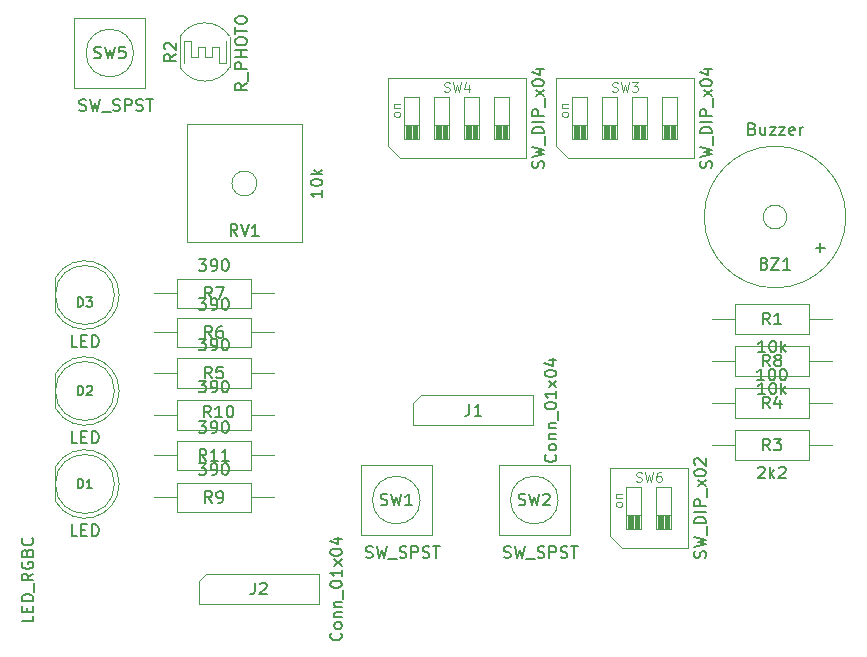
<source format=gbr>
G04 #@! TF.GenerationSoftware,KiCad,Pcbnew,(5.1.4-0-10_14)*
G04 #@! TF.CreationDate,2020-06-08T18:04:02+02:00*
G04 #@! TF.ProjectId,myShield,6d795368-6965-46c6-942e-6b696361645f,rev?*
G04 #@! TF.SameCoordinates,Original*
G04 #@! TF.FileFunction,Other,Fab,Top*
%FSLAX46Y46*%
G04 Gerber Fmt 4.6, Leading zero omitted, Abs format (unit mm)*
G04 Created by KiCad (PCBNEW (5.1.4-0-10_14)) date 2020-06-08 18:04:02*
%MOMM*%
%LPD*%
G04 APERTURE LIST*
%ADD10C,0.100000*%
%ADD11C,0.150000*%
%ADD12C,0.200000*%
%ADD13C,0.120000*%
G04 APERTURE END LIST*
D10*
X171364000Y-82804000D02*
G75*
G03X171364000Y-82804000I-6000000J0D01*
G01*
X166364000Y-82804000D02*
G75*
G03X166364000Y-82804000I-1000000J0D01*
G01*
X104433984Y-106879666D02*
G75*
G03X104434000Y-103940306I2500016J1469666D01*
G01*
X109434000Y-105410000D02*
G75*
G03X109434000Y-105410000I-2500000J0D01*
G01*
X104434000Y-103940306D02*
X104434000Y-106879694D01*
X104434000Y-96066306D02*
X104434000Y-99005694D01*
X109434000Y-97536000D02*
G75*
G03X109434000Y-97536000I-2500000J0D01*
G01*
X104433984Y-99005666D02*
G75*
G03X104434000Y-96066306I2500016J1469666D01*
G01*
X104433984Y-90877666D02*
G75*
G03X104434000Y-87938306I2500016J1469666D01*
G01*
X109434000Y-89408000D02*
G75*
G03X109434000Y-89408000I-2500000J0D01*
G01*
X104434000Y-87938306D02*
X104434000Y-90877694D01*
X134747000Y-100457000D02*
X134747000Y-98552000D01*
X134747000Y-98552000D02*
X135382000Y-97917000D01*
X135382000Y-97917000D02*
X144907000Y-97917000D01*
X144907000Y-97917000D02*
X144907000Y-100457000D01*
X144907000Y-100457000D02*
X134747000Y-100457000D01*
X126746000Y-115570000D02*
X116586000Y-115570000D01*
X126746000Y-113030000D02*
X126746000Y-115570000D01*
X117221000Y-113030000D02*
X126746000Y-113030000D01*
X116586000Y-113665000D02*
X117221000Y-113030000D01*
X116586000Y-115570000D02*
X116586000Y-113665000D01*
X161950000Y-90190000D02*
X161950000Y-92690000D01*
X161950000Y-92690000D02*
X168250000Y-92690000D01*
X168250000Y-92690000D02*
X168250000Y-90190000D01*
X168250000Y-90190000D02*
X161950000Y-90190000D01*
X160020000Y-91440000D02*
X161950000Y-91440000D01*
X170180000Y-91440000D02*
X168250000Y-91440000D01*
X115894000Y-69234000D02*
X115894000Y-67934000D01*
X116494000Y-68434000D02*
X116494000Y-69234000D01*
X117094000Y-69234000D02*
X117094000Y-68434000D01*
X117694000Y-68434000D02*
X117694000Y-69234000D01*
X118294000Y-69734000D02*
X118294000Y-68434000D01*
X115294000Y-69734000D02*
X115294000Y-67934000D01*
X115294000Y-67934000D02*
X115894000Y-67934000D01*
X115894000Y-69234000D02*
X116494000Y-69234000D01*
X116494000Y-68434000D02*
X117094000Y-68434000D01*
X117094000Y-69234000D02*
X117694000Y-69234000D01*
X117694000Y-68434000D02*
X118294000Y-68434000D01*
X118294000Y-69734000D02*
X118894000Y-69734000D01*
X118894000Y-69734000D02*
X118894000Y-67934000D01*
X119194000Y-67534000D02*
X119194000Y-70134000D01*
X114994000Y-70134000D02*
X114994000Y-67534000D01*
X119159699Y-67480157D02*
G75*
G03X114994000Y-67534000I-2065699J-1353843D01*
G01*
X115028301Y-70187843D02*
G75*
G03X119194000Y-70134000I2065699J1353843D01*
G01*
X161950000Y-100858000D02*
X161950000Y-103358000D01*
X161950000Y-103358000D02*
X168250000Y-103358000D01*
X168250000Y-103358000D02*
X168250000Y-100858000D01*
X168250000Y-100858000D02*
X161950000Y-100858000D01*
X160020000Y-102108000D02*
X161950000Y-102108000D01*
X170180000Y-102108000D02*
X168250000Y-102108000D01*
X168250000Y-99802000D02*
X168250000Y-97302000D01*
X168250000Y-97302000D02*
X161950000Y-97302000D01*
X161950000Y-97302000D02*
X161950000Y-99802000D01*
X161950000Y-99802000D02*
X168250000Y-99802000D01*
X170180000Y-98552000D02*
X168250000Y-98552000D01*
X160020000Y-98552000D02*
X161950000Y-98552000D01*
X112776000Y-96012000D02*
X114706000Y-96012000D01*
X122936000Y-96012000D02*
X121006000Y-96012000D01*
X114706000Y-97262000D02*
X121006000Y-97262000D01*
X114706000Y-94762000D02*
X114706000Y-97262000D01*
X121006000Y-94762000D02*
X114706000Y-94762000D01*
X121006000Y-97262000D02*
X121006000Y-94762000D01*
X121006000Y-93833000D02*
X121006000Y-91333000D01*
X121006000Y-91333000D02*
X114706000Y-91333000D01*
X114706000Y-91333000D02*
X114706000Y-93833000D01*
X114706000Y-93833000D02*
X121006000Y-93833000D01*
X122936000Y-92583000D02*
X121006000Y-92583000D01*
X112776000Y-92583000D02*
X114706000Y-92583000D01*
X112776000Y-89281000D02*
X114706000Y-89281000D01*
X122936000Y-89281000D02*
X121006000Y-89281000D01*
X114706000Y-90531000D02*
X121006000Y-90531000D01*
X114706000Y-88031000D02*
X114706000Y-90531000D01*
X121006000Y-88031000D02*
X114706000Y-88031000D01*
X121006000Y-90531000D02*
X121006000Y-88031000D01*
X170180000Y-94996000D02*
X168250000Y-94996000D01*
X160020000Y-94996000D02*
X161950000Y-94996000D01*
X168250000Y-93746000D02*
X161950000Y-93746000D01*
X168250000Y-96246000D02*
X168250000Y-93746000D01*
X161950000Y-96246000D02*
X168250000Y-96246000D01*
X161950000Y-93746000D02*
X161950000Y-96246000D01*
X112776000Y-106553000D02*
X114706000Y-106553000D01*
X122936000Y-106553000D02*
X121006000Y-106553000D01*
X114706000Y-107803000D02*
X121006000Y-107803000D01*
X114706000Y-105303000D02*
X114706000Y-107803000D01*
X121006000Y-105303000D02*
X114706000Y-105303000D01*
X121006000Y-107803000D02*
X121006000Y-105303000D01*
X121006000Y-100818000D02*
X121006000Y-98318000D01*
X121006000Y-98318000D02*
X114706000Y-98318000D01*
X114706000Y-98318000D02*
X114706000Y-100818000D01*
X114706000Y-100818000D02*
X121006000Y-100818000D01*
X122936000Y-99568000D02*
X121006000Y-99568000D01*
X112776000Y-99568000D02*
X114706000Y-99568000D01*
X112776000Y-102997000D02*
X114706000Y-102997000D01*
X122936000Y-102997000D02*
X121006000Y-102997000D01*
X114706000Y-104247000D02*
X121006000Y-104247000D01*
X114706000Y-101747000D02*
X114706000Y-104247000D01*
X121006000Y-101747000D02*
X114706000Y-101747000D01*
X121006000Y-104247000D02*
X121006000Y-101747000D01*
X121486000Y-79963000D02*
G75*
G03X121486000Y-79963000I-1050000J0D01*
G01*
X115536000Y-84963000D02*
X125336000Y-84963000D01*
X125336000Y-84963000D02*
X125336000Y-74963000D01*
X125336000Y-74963000D02*
X115536000Y-74963000D01*
X115536000Y-74963000D02*
X115536000Y-84963000D01*
X133298000Y-103771000D02*
X136298000Y-103771000D01*
X136298000Y-103771000D02*
X136298000Y-109771000D01*
X136298000Y-109771000D02*
X130298000Y-109771000D01*
X130298000Y-109771000D02*
X130298000Y-103771000D01*
X130298000Y-103771000D02*
X133298000Y-103771000D01*
X135313564Y-106771000D02*
G75*
G03X135313564Y-106771000I-2015564J0D01*
G01*
X146997564Y-106771000D02*
G75*
G03X146997564Y-106771000I-2015564J0D01*
G01*
X141982000Y-103771000D02*
X144982000Y-103771000D01*
X141982000Y-109771000D02*
X141982000Y-103771000D01*
X147982000Y-109771000D02*
X141982000Y-109771000D01*
X147982000Y-103771000D02*
X147982000Y-109771000D01*
X144982000Y-103771000D02*
X147982000Y-103771000D01*
X146794000Y-76772000D02*
X146794000Y-71072000D01*
X146794000Y-71072000D02*
X158514000Y-71072000D01*
X158514000Y-71072000D02*
X158514000Y-77772000D01*
X158514000Y-77772000D02*
X147794000Y-77772000D01*
X147794000Y-77772000D02*
X146794000Y-76772000D01*
X148209000Y-76232000D02*
X149479000Y-76232000D01*
X149479000Y-76232000D02*
X149479000Y-72612000D01*
X149479000Y-72612000D02*
X148209000Y-72612000D01*
X148209000Y-72612000D02*
X148209000Y-76232000D01*
X148309000Y-76232000D02*
X148309000Y-75025333D01*
X148409000Y-76232000D02*
X148409000Y-75025333D01*
X148509000Y-76232000D02*
X148509000Y-75025333D01*
X148609000Y-76232000D02*
X148609000Y-75025333D01*
X148709000Y-76232000D02*
X148709000Y-75025333D01*
X148809000Y-76232000D02*
X148809000Y-75025333D01*
X148909000Y-76232000D02*
X148909000Y-75025333D01*
X149009000Y-76232000D02*
X149009000Y-75025333D01*
X149109000Y-76232000D02*
X149109000Y-75025333D01*
X149209000Y-76232000D02*
X149209000Y-75025333D01*
X149309000Y-76232000D02*
X149309000Y-75025333D01*
X149409000Y-76232000D02*
X149409000Y-75025333D01*
X148209000Y-75025333D02*
X149479000Y-75025333D01*
X150749000Y-76232000D02*
X152019000Y-76232000D01*
X152019000Y-76232000D02*
X152019000Y-72612000D01*
X152019000Y-72612000D02*
X150749000Y-72612000D01*
X150749000Y-72612000D02*
X150749000Y-76232000D01*
X150849000Y-76232000D02*
X150849000Y-75025333D01*
X150949000Y-76232000D02*
X150949000Y-75025333D01*
X151049000Y-76232000D02*
X151049000Y-75025333D01*
X151149000Y-76232000D02*
X151149000Y-75025333D01*
X151249000Y-76232000D02*
X151249000Y-75025333D01*
X151349000Y-76232000D02*
X151349000Y-75025333D01*
X151449000Y-76232000D02*
X151449000Y-75025333D01*
X151549000Y-76232000D02*
X151549000Y-75025333D01*
X151649000Y-76232000D02*
X151649000Y-75025333D01*
X151749000Y-76232000D02*
X151749000Y-75025333D01*
X151849000Y-76232000D02*
X151849000Y-75025333D01*
X151949000Y-76232000D02*
X151949000Y-75025333D01*
X150749000Y-75025333D02*
X152019000Y-75025333D01*
X153289000Y-76232000D02*
X154559000Y-76232000D01*
X154559000Y-76232000D02*
X154559000Y-72612000D01*
X154559000Y-72612000D02*
X153289000Y-72612000D01*
X153289000Y-72612000D02*
X153289000Y-76232000D01*
X153389000Y-76232000D02*
X153389000Y-75025333D01*
X153489000Y-76232000D02*
X153489000Y-75025333D01*
X153589000Y-76232000D02*
X153589000Y-75025333D01*
X153689000Y-76232000D02*
X153689000Y-75025333D01*
X153789000Y-76232000D02*
X153789000Y-75025333D01*
X153889000Y-76232000D02*
X153889000Y-75025333D01*
X153989000Y-76232000D02*
X153989000Y-75025333D01*
X154089000Y-76232000D02*
X154089000Y-75025333D01*
X154189000Y-76232000D02*
X154189000Y-75025333D01*
X154289000Y-76232000D02*
X154289000Y-75025333D01*
X154389000Y-76232000D02*
X154389000Y-75025333D01*
X154489000Y-76232000D02*
X154489000Y-75025333D01*
X153289000Y-75025333D02*
X154559000Y-75025333D01*
X155829000Y-76232000D02*
X157099000Y-76232000D01*
X157099000Y-76232000D02*
X157099000Y-72612000D01*
X157099000Y-72612000D02*
X155829000Y-72612000D01*
X155829000Y-72612000D02*
X155829000Y-76232000D01*
X155929000Y-76232000D02*
X155929000Y-75025333D01*
X156029000Y-76232000D02*
X156029000Y-75025333D01*
X156129000Y-76232000D02*
X156129000Y-75025333D01*
X156229000Y-76232000D02*
X156229000Y-75025333D01*
X156329000Y-76232000D02*
X156329000Y-75025333D01*
X156429000Y-76232000D02*
X156429000Y-75025333D01*
X156529000Y-76232000D02*
X156529000Y-75025333D01*
X156629000Y-76232000D02*
X156629000Y-75025333D01*
X156729000Y-76232000D02*
X156729000Y-75025333D01*
X156829000Y-76232000D02*
X156829000Y-75025333D01*
X156929000Y-76232000D02*
X156929000Y-75025333D01*
X157029000Y-76232000D02*
X157029000Y-75025333D01*
X155829000Y-75025333D02*
X157099000Y-75025333D01*
X141605000Y-75025333D02*
X142875000Y-75025333D01*
X142805000Y-76232000D02*
X142805000Y-75025333D01*
X142705000Y-76232000D02*
X142705000Y-75025333D01*
X142605000Y-76232000D02*
X142605000Y-75025333D01*
X142505000Y-76232000D02*
X142505000Y-75025333D01*
X142405000Y-76232000D02*
X142405000Y-75025333D01*
X142305000Y-76232000D02*
X142305000Y-75025333D01*
X142205000Y-76232000D02*
X142205000Y-75025333D01*
X142105000Y-76232000D02*
X142105000Y-75025333D01*
X142005000Y-76232000D02*
X142005000Y-75025333D01*
X141905000Y-76232000D02*
X141905000Y-75025333D01*
X141805000Y-76232000D02*
X141805000Y-75025333D01*
X141705000Y-76232000D02*
X141705000Y-75025333D01*
X141605000Y-72612000D02*
X141605000Y-76232000D01*
X142875000Y-72612000D02*
X141605000Y-72612000D01*
X142875000Y-76232000D02*
X142875000Y-72612000D01*
X141605000Y-76232000D02*
X142875000Y-76232000D01*
X139065000Y-75025333D02*
X140335000Y-75025333D01*
X140265000Y-76232000D02*
X140265000Y-75025333D01*
X140165000Y-76232000D02*
X140165000Y-75025333D01*
X140065000Y-76232000D02*
X140065000Y-75025333D01*
X139965000Y-76232000D02*
X139965000Y-75025333D01*
X139865000Y-76232000D02*
X139865000Y-75025333D01*
X139765000Y-76232000D02*
X139765000Y-75025333D01*
X139665000Y-76232000D02*
X139665000Y-75025333D01*
X139565000Y-76232000D02*
X139565000Y-75025333D01*
X139465000Y-76232000D02*
X139465000Y-75025333D01*
X139365000Y-76232000D02*
X139365000Y-75025333D01*
X139265000Y-76232000D02*
X139265000Y-75025333D01*
X139165000Y-76232000D02*
X139165000Y-75025333D01*
X139065000Y-72612000D02*
X139065000Y-76232000D01*
X140335000Y-72612000D02*
X139065000Y-72612000D01*
X140335000Y-76232000D02*
X140335000Y-72612000D01*
X139065000Y-76232000D02*
X140335000Y-76232000D01*
X136525000Y-75025333D02*
X137795000Y-75025333D01*
X137725000Y-76232000D02*
X137725000Y-75025333D01*
X137625000Y-76232000D02*
X137625000Y-75025333D01*
X137525000Y-76232000D02*
X137525000Y-75025333D01*
X137425000Y-76232000D02*
X137425000Y-75025333D01*
X137325000Y-76232000D02*
X137325000Y-75025333D01*
X137225000Y-76232000D02*
X137225000Y-75025333D01*
X137125000Y-76232000D02*
X137125000Y-75025333D01*
X137025000Y-76232000D02*
X137025000Y-75025333D01*
X136925000Y-76232000D02*
X136925000Y-75025333D01*
X136825000Y-76232000D02*
X136825000Y-75025333D01*
X136725000Y-76232000D02*
X136725000Y-75025333D01*
X136625000Y-76232000D02*
X136625000Y-75025333D01*
X136525000Y-72612000D02*
X136525000Y-76232000D01*
X137795000Y-72612000D02*
X136525000Y-72612000D01*
X137795000Y-76232000D02*
X137795000Y-72612000D01*
X136525000Y-76232000D02*
X137795000Y-76232000D01*
X133985000Y-75025333D02*
X135255000Y-75025333D01*
X135185000Y-76232000D02*
X135185000Y-75025333D01*
X135085000Y-76232000D02*
X135085000Y-75025333D01*
X134985000Y-76232000D02*
X134985000Y-75025333D01*
X134885000Y-76232000D02*
X134885000Y-75025333D01*
X134785000Y-76232000D02*
X134785000Y-75025333D01*
X134685000Y-76232000D02*
X134685000Y-75025333D01*
X134585000Y-76232000D02*
X134585000Y-75025333D01*
X134485000Y-76232000D02*
X134485000Y-75025333D01*
X134385000Y-76232000D02*
X134385000Y-75025333D01*
X134285000Y-76232000D02*
X134285000Y-75025333D01*
X134185000Y-76232000D02*
X134185000Y-75025333D01*
X134085000Y-76232000D02*
X134085000Y-75025333D01*
X133985000Y-72612000D02*
X133985000Y-76232000D01*
X135255000Y-72612000D02*
X133985000Y-72612000D01*
X135255000Y-76232000D02*
X135255000Y-72612000D01*
X133985000Y-76232000D02*
X135255000Y-76232000D01*
X133570000Y-77772000D02*
X132570000Y-76772000D01*
X144290000Y-77772000D02*
X133570000Y-77772000D01*
X144290000Y-71072000D02*
X144290000Y-77772000D01*
X132570000Y-71072000D02*
X144290000Y-71072000D01*
X132570000Y-76772000D02*
X132570000Y-71072000D01*
X109041000Y-65925000D02*
X112041000Y-65925000D01*
X112041000Y-65925000D02*
X112041000Y-71925000D01*
X112041000Y-71925000D02*
X106041000Y-71925000D01*
X106041000Y-71925000D02*
X106041000Y-65925000D01*
X106041000Y-65925000D02*
X109041000Y-65925000D01*
X111056564Y-68925000D02*
G75*
G03X111056564Y-68925000I-2015564J0D01*
G01*
X151366000Y-109792000D02*
X151366000Y-104092000D01*
X151366000Y-104092000D02*
X158006000Y-104092000D01*
X158006000Y-104092000D02*
X158006000Y-110792000D01*
X158006000Y-110792000D02*
X152366000Y-110792000D01*
X152366000Y-110792000D02*
X151366000Y-109792000D01*
X152781000Y-109252000D02*
X154051000Y-109252000D01*
X154051000Y-109252000D02*
X154051000Y-105632000D01*
X154051000Y-105632000D02*
X152781000Y-105632000D01*
X152781000Y-105632000D02*
X152781000Y-109252000D01*
X152881000Y-109252000D02*
X152881000Y-108045333D01*
X152981000Y-109252000D02*
X152981000Y-108045333D01*
X153081000Y-109252000D02*
X153081000Y-108045333D01*
X153181000Y-109252000D02*
X153181000Y-108045333D01*
X153281000Y-109252000D02*
X153281000Y-108045333D01*
X153381000Y-109252000D02*
X153381000Y-108045333D01*
X153481000Y-109252000D02*
X153481000Y-108045333D01*
X153581000Y-109252000D02*
X153581000Y-108045333D01*
X153681000Y-109252000D02*
X153681000Y-108045333D01*
X153781000Y-109252000D02*
X153781000Y-108045333D01*
X153881000Y-109252000D02*
X153881000Y-108045333D01*
X153981000Y-109252000D02*
X153981000Y-108045333D01*
X152781000Y-108045333D02*
X154051000Y-108045333D01*
X155321000Y-109252000D02*
X156591000Y-109252000D01*
X156591000Y-109252000D02*
X156591000Y-105632000D01*
X156591000Y-105632000D02*
X155321000Y-105632000D01*
X155321000Y-105632000D02*
X155321000Y-109252000D01*
X155421000Y-109252000D02*
X155421000Y-108045333D01*
X155521000Y-109252000D02*
X155521000Y-108045333D01*
X155621000Y-109252000D02*
X155621000Y-108045333D01*
X155721000Y-109252000D02*
X155721000Y-108045333D01*
X155821000Y-109252000D02*
X155821000Y-108045333D01*
X155921000Y-109252000D02*
X155921000Y-108045333D01*
X156021000Y-109252000D02*
X156021000Y-108045333D01*
X156121000Y-109252000D02*
X156121000Y-108045333D01*
X156221000Y-109252000D02*
X156221000Y-108045333D01*
X156321000Y-109252000D02*
X156321000Y-108045333D01*
X156421000Y-109252000D02*
X156421000Y-108045333D01*
X156521000Y-109252000D02*
X156521000Y-108045333D01*
X155321000Y-108045333D02*
X156591000Y-108045333D01*
D11*
X163435428Y-75332571D02*
X163578285Y-75380190D01*
X163625904Y-75427809D01*
X163673523Y-75523047D01*
X163673523Y-75665904D01*
X163625904Y-75761142D01*
X163578285Y-75808761D01*
X163483047Y-75856380D01*
X163102095Y-75856380D01*
X163102095Y-74856380D01*
X163435428Y-74856380D01*
X163530666Y-74904000D01*
X163578285Y-74951619D01*
X163625904Y-75046857D01*
X163625904Y-75142095D01*
X163578285Y-75237333D01*
X163530666Y-75284952D01*
X163435428Y-75332571D01*
X163102095Y-75332571D01*
X164530666Y-75189714D02*
X164530666Y-75856380D01*
X164102095Y-75189714D02*
X164102095Y-75713523D01*
X164149714Y-75808761D01*
X164244952Y-75856380D01*
X164387809Y-75856380D01*
X164483047Y-75808761D01*
X164530666Y-75761142D01*
X164911619Y-75189714D02*
X165435428Y-75189714D01*
X164911619Y-75856380D01*
X165435428Y-75856380D01*
X165721142Y-75189714D02*
X166244952Y-75189714D01*
X165721142Y-75856380D01*
X166244952Y-75856380D01*
X167006857Y-75808761D02*
X166911619Y-75856380D01*
X166721142Y-75856380D01*
X166625904Y-75808761D01*
X166578285Y-75713523D01*
X166578285Y-75332571D01*
X166625904Y-75237333D01*
X166721142Y-75189714D01*
X166911619Y-75189714D01*
X167006857Y-75237333D01*
X167054476Y-75332571D01*
X167054476Y-75427809D01*
X166578285Y-75523047D01*
X167483047Y-75856380D02*
X167483047Y-75189714D01*
X167483047Y-75380190D02*
X167530666Y-75284952D01*
X167578285Y-75237333D01*
X167673523Y-75189714D01*
X167768761Y-75189714D01*
X168793047Y-85415428D02*
X169554952Y-85415428D01*
X169174000Y-85796380D02*
X169174000Y-85034476D01*
X164483047Y-86732571D02*
X164625904Y-86780190D01*
X164673523Y-86827809D01*
X164721142Y-86923047D01*
X164721142Y-87065904D01*
X164673523Y-87161142D01*
X164625904Y-87208761D01*
X164530666Y-87256380D01*
X164149714Y-87256380D01*
X164149714Y-86256380D01*
X164483047Y-86256380D01*
X164578285Y-86304000D01*
X164625904Y-86351619D01*
X164673523Y-86446857D01*
X164673523Y-86542095D01*
X164625904Y-86637333D01*
X164578285Y-86684952D01*
X164483047Y-86732571D01*
X164149714Y-86732571D01*
X165054476Y-86256380D02*
X165721142Y-86256380D01*
X165054476Y-87256380D01*
X165721142Y-87256380D01*
X166625904Y-87256380D02*
X166054476Y-87256380D01*
X166340190Y-87256380D02*
X166340190Y-86256380D01*
X166244952Y-86399238D01*
X166149714Y-86494476D01*
X166054476Y-86542095D01*
X106291142Y-109822380D02*
X105814952Y-109822380D01*
X105814952Y-108822380D01*
X106624476Y-109298571D02*
X106957809Y-109298571D01*
X107100666Y-109822380D02*
X106624476Y-109822380D01*
X106624476Y-108822380D01*
X107100666Y-108822380D01*
X107529238Y-109822380D02*
X107529238Y-108822380D01*
X107767333Y-108822380D01*
X107910190Y-108870000D01*
X108005428Y-108965238D01*
X108053047Y-109060476D01*
X108100666Y-109250952D01*
X108100666Y-109393809D01*
X108053047Y-109584285D01*
X108005428Y-109679523D01*
X107910190Y-109774761D01*
X107767333Y-109822380D01*
X107529238Y-109822380D01*
D12*
X106323523Y-105771904D02*
X106323523Y-104971904D01*
X106514000Y-104971904D01*
X106628285Y-105010000D01*
X106704476Y-105086190D01*
X106742571Y-105162380D01*
X106780666Y-105314761D01*
X106780666Y-105429047D01*
X106742571Y-105581428D01*
X106704476Y-105657619D01*
X106628285Y-105733809D01*
X106514000Y-105771904D01*
X106323523Y-105771904D01*
X107542571Y-105771904D02*
X107085428Y-105771904D01*
X107314000Y-105771904D02*
X107314000Y-104971904D01*
X107237809Y-105086190D01*
X107161619Y-105162380D01*
X107085428Y-105200476D01*
D11*
X106291142Y-101948380D02*
X105814952Y-101948380D01*
X105814952Y-100948380D01*
X106624476Y-101424571D02*
X106957809Y-101424571D01*
X107100666Y-101948380D02*
X106624476Y-101948380D01*
X106624476Y-100948380D01*
X107100666Y-100948380D01*
X107529238Y-101948380D02*
X107529238Y-100948380D01*
X107767333Y-100948380D01*
X107910190Y-100996000D01*
X108005428Y-101091238D01*
X108053047Y-101186476D01*
X108100666Y-101376952D01*
X108100666Y-101519809D01*
X108053047Y-101710285D01*
X108005428Y-101805523D01*
X107910190Y-101900761D01*
X107767333Y-101948380D01*
X107529238Y-101948380D01*
D12*
X106323523Y-97897904D02*
X106323523Y-97097904D01*
X106514000Y-97097904D01*
X106628285Y-97136000D01*
X106704476Y-97212190D01*
X106742571Y-97288380D01*
X106780666Y-97440761D01*
X106780666Y-97555047D01*
X106742571Y-97707428D01*
X106704476Y-97783619D01*
X106628285Y-97859809D01*
X106514000Y-97897904D01*
X106323523Y-97897904D01*
X107085428Y-97174095D02*
X107123523Y-97136000D01*
X107199714Y-97097904D01*
X107390190Y-97097904D01*
X107466380Y-97136000D01*
X107504476Y-97174095D01*
X107542571Y-97250285D01*
X107542571Y-97326476D01*
X107504476Y-97440761D01*
X107047333Y-97897904D01*
X107542571Y-97897904D01*
D11*
X106291142Y-93820380D02*
X105814952Y-93820380D01*
X105814952Y-92820380D01*
X106624476Y-93296571D02*
X106957809Y-93296571D01*
X107100666Y-93820380D02*
X106624476Y-93820380D01*
X106624476Y-92820380D01*
X107100666Y-92820380D01*
X107529238Y-93820380D02*
X107529238Y-92820380D01*
X107767333Y-92820380D01*
X107910190Y-92868000D01*
X108005428Y-92963238D01*
X108053047Y-93058476D01*
X108100666Y-93248952D01*
X108100666Y-93391809D01*
X108053047Y-93582285D01*
X108005428Y-93677523D01*
X107910190Y-93772761D01*
X107767333Y-93820380D01*
X107529238Y-93820380D01*
D12*
X106323523Y-90404904D02*
X106323523Y-89604904D01*
X106514000Y-89604904D01*
X106628285Y-89643000D01*
X106704476Y-89719190D01*
X106742571Y-89795380D01*
X106780666Y-89947761D01*
X106780666Y-90062047D01*
X106742571Y-90214428D01*
X106704476Y-90290619D01*
X106628285Y-90366809D01*
X106514000Y-90404904D01*
X106323523Y-90404904D01*
X107047333Y-89604904D02*
X107542571Y-89604904D01*
X107275904Y-89909666D01*
X107390190Y-89909666D01*
X107466380Y-89947761D01*
X107504476Y-89985857D01*
X107542571Y-90062047D01*
X107542571Y-90252523D01*
X107504476Y-90328714D01*
X107466380Y-90366809D01*
X107390190Y-90404904D01*
X107161619Y-90404904D01*
X107085428Y-90366809D01*
X107047333Y-90328714D01*
D11*
X102568380Y-116561809D02*
X102568380Y-117038000D01*
X101568380Y-117038000D01*
X102044571Y-116228476D02*
X102044571Y-115895142D01*
X102568380Y-115752285D02*
X102568380Y-116228476D01*
X101568380Y-116228476D01*
X101568380Y-115752285D01*
X102568380Y-115323714D02*
X101568380Y-115323714D01*
X101568380Y-115085619D01*
X101616000Y-114942761D01*
X101711238Y-114847523D01*
X101806476Y-114799904D01*
X101996952Y-114752285D01*
X102139809Y-114752285D01*
X102330285Y-114799904D01*
X102425523Y-114847523D01*
X102520761Y-114942761D01*
X102568380Y-115085619D01*
X102568380Y-115323714D01*
X102663619Y-114561809D02*
X102663619Y-113799904D01*
X102568380Y-112990380D02*
X102092190Y-113323714D01*
X102568380Y-113561809D02*
X101568380Y-113561809D01*
X101568380Y-113180857D01*
X101616000Y-113085619D01*
X101663619Y-113038000D01*
X101758857Y-112990380D01*
X101901714Y-112990380D01*
X101996952Y-113038000D01*
X102044571Y-113085619D01*
X102092190Y-113180857D01*
X102092190Y-113561809D01*
X101616000Y-112038000D02*
X101568380Y-112133238D01*
X101568380Y-112276095D01*
X101616000Y-112418952D01*
X101711238Y-112514190D01*
X101806476Y-112561809D01*
X101996952Y-112609428D01*
X102139809Y-112609428D01*
X102330285Y-112561809D01*
X102425523Y-112514190D01*
X102520761Y-112418952D01*
X102568380Y-112276095D01*
X102568380Y-112180857D01*
X102520761Y-112038000D01*
X102473142Y-111990380D01*
X102139809Y-111990380D01*
X102139809Y-112180857D01*
X102044571Y-111228476D02*
X102092190Y-111085619D01*
X102139809Y-111038000D01*
X102235047Y-110990380D01*
X102377904Y-110990380D01*
X102473142Y-111038000D01*
X102520761Y-111085619D01*
X102568380Y-111180857D01*
X102568380Y-111561809D01*
X101568380Y-111561809D01*
X101568380Y-111228476D01*
X101616000Y-111133238D01*
X101663619Y-111085619D01*
X101758857Y-111038000D01*
X101854095Y-111038000D01*
X101949333Y-111085619D01*
X101996952Y-111133238D01*
X102044571Y-111228476D01*
X102044571Y-111561809D01*
X102473142Y-109990380D02*
X102520761Y-110038000D01*
X102568380Y-110180857D01*
X102568380Y-110276095D01*
X102520761Y-110418952D01*
X102425523Y-110514190D01*
X102330285Y-110561809D01*
X102139809Y-110609428D01*
X101996952Y-110609428D01*
X101806476Y-110561809D01*
X101711238Y-110514190D01*
X101616000Y-110418952D01*
X101568380Y-110276095D01*
X101568380Y-110180857D01*
X101616000Y-110038000D01*
X101663619Y-109990380D01*
X146764142Y-102925095D02*
X146811761Y-102972714D01*
X146859380Y-103115571D01*
X146859380Y-103210809D01*
X146811761Y-103353666D01*
X146716523Y-103448904D01*
X146621285Y-103496523D01*
X146430809Y-103544142D01*
X146287952Y-103544142D01*
X146097476Y-103496523D01*
X146002238Y-103448904D01*
X145907000Y-103353666D01*
X145859380Y-103210809D01*
X145859380Y-103115571D01*
X145907000Y-102972714D01*
X145954619Y-102925095D01*
X146859380Y-102353666D02*
X146811761Y-102448904D01*
X146764142Y-102496523D01*
X146668904Y-102544142D01*
X146383190Y-102544142D01*
X146287952Y-102496523D01*
X146240333Y-102448904D01*
X146192714Y-102353666D01*
X146192714Y-102210809D01*
X146240333Y-102115571D01*
X146287952Y-102067952D01*
X146383190Y-102020333D01*
X146668904Y-102020333D01*
X146764142Y-102067952D01*
X146811761Y-102115571D01*
X146859380Y-102210809D01*
X146859380Y-102353666D01*
X146192714Y-101591761D02*
X146859380Y-101591761D01*
X146287952Y-101591761D02*
X146240333Y-101544142D01*
X146192714Y-101448904D01*
X146192714Y-101306047D01*
X146240333Y-101210809D01*
X146335571Y-101163190D01*
X146859380Y-101163190D01*
X146192714Y-100687000D02*
X146859380Y-100687000D01*
X146287952Y-100687000D02*
X146240333Y-100639380D01*
X146192714Y-100544142D01*
X146192714Y-100401285D01*
X146240333Y-100306047D01*
X146335571Y-100258428D01*
X146859380Y-100258428D01*
X146954619Y-100020333D02*
X146954619Y-99258428D01*
X145859380Y-98829857D02*
X145859380Y-98734619D01*
X145907000Y-98639380D01*
X145954619Y-98591761D01*
X146049857Y-98544142D01*
X146240333Y-98496523D01*
X146478428Y-98496523D01*
X146668904Y-98544142D01*
X146764142Y-98591761D01*
X146811761Y-98639380D01*
X146859380Y-98734619D01*
X146859380Y-98829857D01*
X146811761Y-98925095D01*
X146764142Y-98972714D01*
X146668904Y-99020333D01*
X146478428Y-99067952D01*
X146240333Y-99067952D01*
X146049857Y-99020333D01*
X145954619Y-98972714D01*
X145907000Y-98925095D01*
X145859380Y-98829857D01*
X146859380Y-97544142D02*
X146859380Y-98115571D01*
X146859380Y-97829857D02*
X145859380Y-97829857D01*
X146002238Y-97925095D01*
X146097476Y-98020333D01*
X146145095Y-98115571D01*
X146859380Y-97210809D02*
X146192714Y-96687000D01*
X146192714Y-97210809D02*
X146859380Y-96687000D01*
X145859380Y-96115571D02*
X145859380Y-96020333D01*
X145907000Y-95925095D01*
X145954619Y-95877476D01*
X146049857Y-95829857D01*
X146240333Y-95782238D01*
X146478428Y-95782238D01*
X146668904Y-95829857D01*
X146764142Y-95877476D01*
X146811761Y-95925095D01*
X146859380Y-96020333D01*
X146859380Y-96115571D01*
X146811761Y-96210809D01*
X146764142Y-96258428D01*
X146668904Y-96306047D01*
X146478428Y-96353666D01*
X146240333Y-96353666D01*
X146049857Y-96306047D01*
X145954619Y-96258428D01*
X145907000Y-96210809D01*
X145859380Y-96115571D01*
X146192714Y-94925095D02*
X146859380Y-94925095D01*
X145811761Y-95163190D02*
X146526047Y-95401285D01*
X146526047Y-94782238D01*
X139493666Y-98639380D02*
X139493666Y-99353666D01*
X139446047Y-99496523D01*
X139350809Y-99591761D01*
X139207952Y-99639380D01*
X139112714Y-99639380D01*
X140493666Y-99639380D02*
X139922238Y-99639380D01*
X140207952Y-99639380D02*
X140207952Y-98639380D01*
X140112714Y-98782238D01*
X140017476Y-98877476D01*
X139922238Y-98925095D01*
X128603142Y-118038095D02*
X128650761Y-118085714D01*
X128698380Y-118228571D01*
X128698380Y-118323809D01*
X128650761Y-118466666D01*
X128555523Y-118561904D01*
X128460285Y-118609523D01*
X128269809Y-118657142D01*
X128126952Y-118657142D01*
X127936476Y-118609523D01*
X127841238Y-118561904D01*
X127746000Y-118466666D01*
X127698380Y-118323809D01*
X127698380Y-118228571D01*
X127746000Y-118085714D01*
X127793619Y-118038095D01*
X128698380Y-117466666D02*
X128650761Y-117561904D01*
X128603142Y-117609523D01*
X128507904Y-117657142D01*
X128222190Y-117657142D01*
X128126952Y-117609523D01*
X128079333Y-117561904D01*
X128031714Y-117466666D01*
X128031714Y-117323809D01*
X128079333Y-117228571D01*
X128126952Y-117180952D01*
X128222190Y-117133333D01*
X128507904Y-117133333D01*
X128603142Y-117180952D01*
X128650761Y-117228571D01*
X128698380Y-117323809D01*
X128698380Y-117466666D01*
X128031714Y-116704761D02*
X128698380Y-116704761D01*
X128126952Y-116704761D02*
X128079333Y-116657142D01*
X128031714Y-116561904D01*
X128031714Y-116419047D01*
X128079333Y-116323809D01*
X128174571Y-116276190D01*
X128698380Y-116276190D01*
X128031714Y-115800000D02*
X128698380Y-115800000D01*
X128126952Y-115800000D02*
X128079333Y-115752380D01*
X128031714Y-115657142D01*
X128031714Y-115514285D01*
X128079333Y-115419047D01*
X128174571Y-115371428D01*
X128698380Y-115371428D01*
X128793619Y-115133333D02*
X128793619Y-114371428D01*
X127698380Y-113942857D02*
X127698380Y-113847619D01*
X127746000Y-113752380D01*
X127793619Y-113704761D01*
X127888857Y-113657142D01*
X128079333Y-113609523D01*
X128317428Y-113609523D01*
X128507904Y-113657142D01*
X128603142Y-113704761D01*
X128650761Y-113752380D01*
X128698380Y-113847619D01*
X128698380Y-113942857D01*
X128650761Y-114038095D01*
X128603142Y-114085714D01*
X128507904Y-114133333D01*
X128317428Y-114180952D01*
X128079333Y-114180952D01*
X127888857Y-114133333D01*
X127793619Y-114085714D01*
X127746000Y-114038095D01*
X127698380Y-113942857D01*
X128698380Y-112657142D02*
X128698380Y-113228571D01*
X128698380Y-112942857D02*
X127698380Y-112942857D01*
X127841238Y-113038095D01*
X127936476Y-113133333D01*
X127984095Y-113228571D01*
X128698380Y-112323809D02*
X128031714Y-111800000D01*
X128031714Y-112323809D02*
X128698380Y-111800000D01*
X127698380Y-111228571D02*
X127698380Y-111133333D01*
X127746000Y-111038095D01*
X127793619Y-110990476D01*
X127888857Y-110942857D01*
X128079333Y-110895238D01*
X128317428Y-110895238D01*
X128507904Y-110942857D01*
X128603142Y-110990476D01*
X128650761Y-111038095D01*
X128698380Y-111133333D01*
X128698380Y-111228571D01*
X128650761Y-111323809D01*
X128603142Y-111371428D01*
X128507904Y-111419047D01*
X128317428Y-111466666D01*
X128079333Y-111466666D01*
X127888857Y-111419047D01*
X127793619Y-111371428D01*
X127746000Y-111323809D01*
X127698380Y-111228571D01*
X128031714Y-110038095D02*
X128698380Y-110038095D01*
X127650761Y-110276190D02*
X128365047Y-110514285D01*
X128365047Y-109895238D01*
X121332666Y-113752380D02*
X121332666Y-114466666D01*
X121285047Y-114609523D01*
X121189809Y-114704761D01*
X121046952Y-114752380D01*
X120951714Y-114752380D01*
X121761238Y-113847619D02*
X121808857Y-113800000D01*
X121904095Y-113752380D01*
X122142190Y-113752380D01*
X122237428Y-113800000D01*
X122285047Y-113847619D01*
X122332666Y-113942857D01*
X122332666Y-114038095D01*
X122285047Y-114180952D01*
X121713619Y-114752380D01*
X122332666Y-114752380D01*
X164504761Y-94262380D02*
X163933333Y-94262380D01*
X164219047Y-94262380D02*
X164219047Y-93262380D01*
X164123809Y-93405238D01*
X164028571Y-93500476D01*
X163933333Y-93548095D01*
X165123809Y-93262380D02*
X165219047Y-93262380D01*
X165314285Y-93310000D01*
X165361904Y-93357619D01*
X165409523Y-93452857D01*
X165457142Y-93643333D01*
X165457142Y-93881428D01*
X165409523Y-94071904D01*
X165361904Y-94167142D01*
X165314285Y-94214761D01*
X165219047Y-94262380D01*
X165123809Y-94262380D01*
X165028571Y-94214761D01*
X164980952Y-94167142D01*
X164933333Y-94071904D01*
X164885714Y-93881428D01*
X164885714Y-93643333D01*
X164933333Y-93452857D01*
X164980952Y-93357619D01*
X165028571Y-93310000D01*
X165123809Y-93262380D01*
X165885714Y-94262380D02*
X165885714Y-93262380D01*
X165980952Y-93881428D02*
X166266666Y-94262380D01*
X166266666Y-93595714D02*
X165885714Y-93976666D01*
X164933333Y-91892380D02*
X164600000Y-91416190D01*
X164361904Y-91892380D02*
X164361904Y-90892380D01*
X164742857Y-90892380D01*
X164838095Y-90940000D01*
X164885714Y-90987619D01*
X164933333Y-91082857D01*
X164933333Y-91225714D01*
X164885714Y-91320952D01*
X164838095Y-91368571D01*
X164742857Y-91416190D01*
X164361904Y-91416190D01*
X165885714Y-91892380D02*
X165314285Y-91892380D01*
X165600000Y-91892380D02*
X165600000Y-90892380D01*
X165504761Y-91035238D01*
X165409523Y-91130476D01*
X165314285Y-91178095D01*
X120646380Y-71457809D02*
X120170190Y-71791142D01*
X120646380Y-72029238D02*
X119646380Y-72029238D01*
X119646380Y-71648285D01*
X119694000Y-71553047D01*
X119741619Y-71505428D01*
X119836857Y-71457809D01*
X119979714Y-71457809D01*
X120074952Y-71505428D01*
X120122571Y-71553047D01*
X120170190Y-71648285D01*
X120170190Y-72029238D01*
X120741619Y-71267333D02*
X120741619Y-70505428D01*
X120646380Y-70267333D02*
X119646380Y-70267333D01*
X119646380Y-69886380D01*
X119694000Y-69791142D01*
X119741619Y-69743523D01*
X119836857Y-69695904D01*
X119979714Y-69695904D01*
X120074952Y-69743523D01*
X120122571Y-69791142D01*
X120170190Y-69886380D01*
X120170190Y-70267333D01*
X120646380Y-69267333D02*
X119646380Y-69267333D01*
X120122571Y-69267333D02*
X120122571Y-68695904D01*
X120646380Y-68695904D02*
X119646380Y-68695904D01*
X119646380Y-68029238D02*
X119646380Y-67838761D01*
X119694000Y-67743523D01*
X119789238Y-67648285D01*
X119979714Y-67600666D01*
X120313047Y-67600666D01*
X120503523Y-67648285D01*
X120598761Y-67743523D01*
X120646380Y-67838761D01*
X120646380Y-68029238D01*
X120598761Y-68124476D01*
X120503523Y-68219714D01*
X120313047Y-68267333D01*
X119979714Y-68267333D01*
X119789238Y-68219714D01*
X119694000Y-68124476D01*
X119646380Y-68029238D01*
X119646380Y-67314952D02*
X119646380Y-66743523D01*
X120646380Y-67029238D02*
X119646380Y-67029238D01*
X119646380Y-66219714D02*
X119646380Y-66029238D01*
X119694000Y-65934000D01*
X119789238Y-65838761D01*
X119979714Y-65791142D01*
X120313047Y-65791142D01*
X120503523Y-65838761D01*
X120598761Y-65934000D01*
X120646380Y-66029238D01*
X120646380Y-66219714D01*
X120598761Y-66314952D01*
X120503523Y-66410190D01*
X120313047Y-66457809D01*
X119979714Y-66457809D01*
X119789238Y-66410190D01*
X119694000Y-66314952D01*
X119646380Y-66219714D01*
X114646380Y-69000666D02*
X114170190Y-69334000D01*
X114646380Y-69572095D02*
X113646380Y-69572095D01*
X113646380Y-69191142D01*
X113694000Y-69095904D01*
X113741619Y-69048285D01*
X113836857Y-69000666D01*
X113979714Y-69000666D01*
X114074952Y-69048285D01*
X114122571Y-69095904D01*
X114170190Y-69191142D01*
X114170190Y-69572095D01*
X113741619Y-68619714D02*
X113694000Y-68572095D01*
X113646380Y-68476857D01*
X113646380Y-68238761D01*
X113694000Y-68143523D01*
X113741619Y-68095904D01*
X113836857Y-68048285D01*
X113932095Y-68048285D01*
X114074952Y-68095904D01*
X114646380Y-68667333D01*
X114646380Y-68048285D01*
X163933333Y-104025619D02*
X163980952Y-103978000D01*
X164076190Y-103930380D01*
X164314285Y-103930380D01*
X164409523Y-103978000D01*
X164457142Y-104025619D01*
X164504761Y-104120857D01*
X164504761Y-104216095D01*
X164457142Y-104358952D01*
X163885714Y-104930380D01*
X164504761Y-104930380D01*
X164933333Y-104930380D02*
X164933333Y-103930380D01*
X165028571Y-104549428D02*
X165314285Y-104930380D01*
X165314285Y-104263714D02*
X164933333Y-104644666D01*
X165695238Y-104025619D02*
X165742857Y-103978000D01*
X165838095Y-103930380D01*
X166076190Y-103930380D01*
X166171428Y-103978000D01*
X166219047Y-104025619D01*
X166266666Y-104120857D01*
X166266666Y-104216095D01*
X166219047Y-104358952D01*
X165647619Y-104930380D01*
X166266666Y-104930380D01*
X164933333Y-102560380D02*
X164600000Y-102084190D01*
X164361904Y-102560380D02*
X164361904Y-101560380D01*
X164742857Y-101560380D01*
X164838095Y-101608000D01*
X164885714Y-101655619D01*
X164933333Y-101750857D01*
X164933333Y-101893714D01*
X164885714Y-101988952D01*
X164838095Y-102036571D01*
X164742857Y-102084190D01*
X164361904Y-102084190D01*
X165266666Y-101560380D02*
X165885714Y-101560380D01*
X165552380Y-101941333D01*
X165695238Y-101941333D01*
X165790476Y-101988952D01*
X165838095Y-102036571D01*
X165885714Y-102131809D01*
X165885714Y-102369904D01*
X165838095Y-102465142D01*
X165790476Y-102512761D01*
X165695238Y-102560380D01*
X165409523Y-102560380D01*
X165314285Y-102512761D01*
X165266666Y-102465142D01*
X164433333Y-96634380D02*
X163861904Y-96634380D01*
X164147619Y-96634380D02*
X164147619Y-95634380D01*
X164052380Y-95777238D01*
X163957142Y-95872476D01*
X163861904Y-95920095D01*
X165052380Y-95634380D02*
X165147619Y-95634380D01*
X165242857Y-95682000D01*
X165290476Y-95729619D01*
X165338095Y-95824857D01*
X165385714Y-96015333D01*
X165385714Y-96253428D01*
X165338095Y-96443904D01*
X165290476Y-96539142D01*
X165242857Y-96586761D01*
X165147619Y-96634380D01*
X165052380Y-96634380D01*
X164957142Y-96586761D01*
X164909523Y-96539142D01*
X164861904Y-96443904D01*
X164814285Y-96253428D01*
X164814285Y-96015333D01*
X164861904Y-95824857D01*
X164909523Y-95729619D01*
X164957142Y-95682000D01*
X165052380Y-95634380D01*
X166004761Y-95634380D02*
X166100000Y-95634380D01*
X166195238Y-95682000D01*
X166242857Y-95729619D01*
X166290476Y-95824857D01*
X166338095Y-96015333D01*
X166338095Y-96253428D01*
X166290476Y-96443904D01*
X166242857Y-96539142D01*
X166195238Y-96586761D01*
X166100000Y-96634380D01*
X166004761Y-96634380D01*
X165909523Y-96586761D01*
X165861904Y-96539142D01*
X165814285Y-96443904D01*
X165766666Y-96253428D01*
X165766666Y-96015333D01*
X165814285Y-95824857D01*
X165861904Y-95729619D01*
X165909523Y-95682000D01*
X166004761Y-95634380D01*
X164933333Y-99004380D02*
X164600000Y-98528190D01*
X164361904Y-99004380D02*
X164361904Y-98004380D01*
X164742857Y-98004380D01*
X164838095Y-98052000D01*
X164885714Y-98099619D01*
X164933333Y-98194857D01*
X164933333Y-98337714D01*
X164885714Y-98432952D01*
X164838095Y-98480571D01*
X164742857Y-98528190D01*
X164361904Y-98528190D01*
X165790476Y-98337714D02*
X165790476Y-99004380D01*
X165552380Y-97956761D02*
X165314285Y-98671047D01*
X165933333Y-98671047D01*
X116570285Y-93094380D02*
X117189333Y-93094380D01*
X116856000Y-93475333D01*
X116998857Y-93475333D01*
X117094095Y-93522952D01*
X117141714Y-93570571D01*
X117189333Y-93665809D01*
X117189333Y-93903904D01*
X117141714Y-93999142D01*
X117094095Y-94046761D01*
X116998857Y-94094380D01*
X116713142Y-94094380D01*
X116617904Y-94046761D01*
X116570285Y-93999142D01*
X117665523Y-94094380D02*
X117856000Y-94094380D01*
X117951238Y-94046761D01*
X117998857Y-93999142D01*
X118094095Y-93856285D01*
X118141714Y-93665809D01*
X118141714Y-93284857D01*
X118094095Y-93189619D01*
X118046476Y-93142000D01*
X117951238Y-93094380D01*
X117760761Y-93094380D01*
X117665523Y-93142000D01*
X117617904Y-93189619D01*
X117570285Y-93284857D01*
X117570285Y-93522952D01*
X117617904Y-93618190D01*
X117665523Y-93665809D01*
X117760761Y-93713428D01*
X117951238Y-93713428D01*
X118046476Y-93665809D01*
X118094095Y-93618190D01*
X118141714Y-93522952D01*
X118760761Y-93094380D02*
X118856000Y-93094380D01*
X118951238Y-93142000D01*
X118998857Y-93189619D01*
X119046476Y-93284857D01*
X119094095Y-93475333D01*
X119094095Y-93713428D01*
X119046476Y-93903904D01*
X118998857Y-93999142D01*
X118951238Y-94046761D01*
X118856000Y-94094380D01*
X118760761Y-94094380D01*
X118665523Y-94046761D01*
X118617904Y-93999142D01*
X118570285Y-93903904D01*
X118522666Y-93713428D01*
X118522666Y-93475333D01*
X118570285Y-93284857D01*
X118617904Y-93189619D01*
X118665523Y-93142000D01*
X118760761Y-93094380D01*
X117689333Y-96464380D02*
X117356000Y-95988190D01*
X117117904Y-96464380D02*
X117117904Y-95464380D01*
X117498857Y-95464380D01*
X117594095Y-95512000D01*
X117641714Y-95559619D01*
X117689333Y-95654857D01*
X117689333Y-95797714D01*
X117641714Y-95892952D01*
X117594095Y-95940571D01*
X117498857Y-95988190D01*
X117117904Y-95988190D01*
X118594095Y-95464380D02*
X118117904Y-95464380D01*
X118070285Y-95940571D01*
X118117904Y-95892952D01*
X118213142Y-95845333D01*
X118451238Y-95845333D01*
X118546476Y-95892952D01*
X118594095Y-95940571D01*
X118641714Y-96035809D01*
X118641714Y-96273904D01*
X118594095Y-96369142D01*
X118546476Y-96416761D01*
X118451238Y-96464380D01*
X118213142Y-96464380D01*
X118117904Y-96416761D01*
X118070285Y-96369142D01*
X116570285Y-89665380D02*
X117189333Y-89665380D01*
X116856000Y-90046333D01*
X116998857Y-90046333D01*
X117094095Y-90093952D01*
X117141714Y-90141571D01*
X117189333Y-90236809D01*
X117189333Y-90474904D01*
X117141714Y-90570142D01*
X117094095Y-90617761D01*
X116998857Y-90665380D01*
X116713142Y-90665380D01*
X116617904Y-90617761D01*
X116570285Y-90570142D01*
X117665523Y-90665380D02*
X117856000Y-90665380D01*
X117951238Y-90617761D01*
X117998857Y-90570142D01*
X118094095Y-90427285D01*
X118141714Y-90236809D01*
X118141714Y-89855857D01*
X118094095Y-89760619D01*
X118046476Y-89713000D01*
X117951238Y-89665380D01*
X117760761Y-89665380D01*
X117665523Y-89713000D01*
X117617904Y-89760619D01*
X117570285Y-89855857D01*
X117570285Y-90093952D01*
X117617904Y-90189190D01*
X117665523Y-90236809D01*
X117760761Y-90284428D01*
X117951238Y-90284428D01*
X118046476Y-90236809D01*
X118094095Y-90189190D01*
X118141714Y-90093952D01*
X118760761Y-89665380D02*
X118856000Y-89665380D01*
X118951238Y-89713000D01*
X118998857Y-89760619D01*
X119046476Y-89855857D01*
X119094095Y-90046333D01*
X119094095Y-90284428D01*
X119046476Y-90474904D01*
X118998857Y-90570142D01*
X118951238Y-90617761D01*
X118856000Y-90665380D01*
X118760761Y-90665380D01*
X118665523Y-90617761D01*
X118617904Y-90570142D01*
X118570285Y-90474904D01*
X118522666Y-90284428D01*
X118522666Y-90046333D01*
X118570285Y-89855857D01*
X118617904Y-89760619D01*
X118665523Y-89713000D01*
X118760761Y-89665380D01*
X117689333Y-93035380D02*
X117356000Y-92559190D01*
X117117904Y-93035380D02*
X117117904Y-92035380D01*
X117498857Y-92035380D01*
X117594095Y-92083000D01*
X117641714Y-92130619D01*
X117689333Y-92225857D01*
X117689333Y-92368714D01*
X117641714Y-92463952D01*
X117594095Y-92511571D01*
X117498857Y-92559190D01*
X117117904Y-92559190D01*
X118546476Y-92035380D02*
X118356000Y-92035380D01*
X118260761Y-92083000D01*
X118213142Y-92130619D01*
X118117904Y-92273476D01*
X118070285Y-92463952D01*
X118070285Y-92844904D01*
X118117904Y-92940142D01*
X118165523Y-92987761D01*
X118260761Y-93035380D01*
X118451238Y-93035380D01*
X118546476Y-92987761D01*
X118594095Y-92940142D01*
X118641714Y-92844904D01*
X118641714Y-92606809D01*
X118594095Y-92511571D01*
X118546476Y-92463952D01*
X118451238Y-92416333D01*
X118260761Y-92416333D01*
X118165523Y-92463952D01*
X118117904Y-92511571D01*
X118070285Y-92606809D01*
X116570285Y-86363380D02*
X117189333Y-86363380D01*
X116856000Y-86744333D01*
X116998857Y-86744333D01*
X117094095Y-86791952D01*
X117141714Y-86839571D01*
X117189333Y-86934809D01*
X117189333Y-87172904D01*
X117141714Y-87268142D01*
X117094095Y-87315761D01*
X116998857Y-87363380D01*
X116713142Y-87363380D01*
X116617904Y-87315761D01*
X116570285Y-87268142D01*
X117665523Y-87363380D02*
X117856000Y-87363380D01*
X117951238Y-87315761D01*
X117998857Y-87268142D01*
X118094095Y-87125285D01*
X118141714Y-86934809D01*
X118141714Y-86553857D01*
X118094095Y-86458619D01*
X118046476Y-86411000D01*
X117951238Y-86363380D01*
X117760761Y-86363380D01*
X117665523Y-86411000D01*
X117617904Y-86458619D01*
X117570285Y-86553857D01*
X117570285Y-86791952D01*
X117617904Y-86887190D01*
X117665523Y-86934809D01*
X117760761Y-86982428D01*
X117951238Y-86982428D01*
X118046476Y-86934809D01*
X118094095Y-86887190D01*
X118141714Y-86791952D01*
X118760761Y-86363380D02*
X118856000Y-86363380D01*
X118951238Y-86411000D01*
X118998857Y-86458619D01*
X119046476Y-86553857D01*
X119094095Y-86744333D01*
X119094095Y-86982428D01*
X119046476Y-87172904D01*
X118998857Y-87268142D01*
X118951238Y-87315761D01*
X118856000Y-87363380D01*
X118760761Y-87363380D01*
X118665523Y-87315761D01*
X118617904Y-87268142D01*
X118570285Y-87172904D01*
X118522666Y-86982428D01*
X118522666Y-86744333D01*
X118570285Y-86553857D01*
X118617904Y-86458619D01*
X118665523Y-86411000D01*
X118760761Y-86363380D01*
X117689333Y-89733380D02*
X117356000Y-89257190D01*
X117117904Y-89733380D02*
X117117904Y-88733380D01*
X117498857Y-88733380D01*
X117594095Y-88781000D01*
X117641714Y-88828619D01*
X117689333Y-88923857D01*
X117689333Y-89066714D01*
X117641714Y-89161952D01*
X117594095Y-89209571D01*
X117498857Y-89257190D01*
X117117904Y-89257190D01*
X118022666Y-88733380D02*
X118689333Y-88733380D01*
X118260761Y-89733380D01*
X164504761Y-97818380D02*
X163933333Y-97818380D01*
X164219047Y-97818380D02*
X164219047Y-96818380D01*
X164123809Y-96961238D01*
X164028571Y-97056476D01*
X163933333Y-97104095D01*
X165123809Y-96818380D02*
X165219047Y-96818380D01*
X165314285Y-96866000D01*
X165361904Y-96913619D01*
X165409523Y-97008857D01*
X165457142Y-97199333D01*
X165457142Y-97437428D01*
X165409523Y-97627904D01*
X165361904Y-97723142D01*
X165314285Y-97770761D01*
X165219047Y-97818380D01*
X165123809Y-97818380D01*
X165028571Y-97770761D01*
X164980952Y-97723142D01*
X164933333Y-97627904D01*
X164885714Y-97437428D01*
X164885714Y-97199333D01*
X164933333Y-97008857D01*
X164980952Y-96913619D01*
X165028571Y-96866000D01*
X165123809Y-96818380D01*
X165885714Y-97818380D02*
X165885714Y-96818380D01*
X165980952Y-97437428D02*
X166266666Y-97818380D01*
X166266666Y-97151714D02*
X165885714Y-97532666D01*
X164933333Y-95448380D02*
X164600000Y-94972190D01*
X164361904Y-95448380D02*
X164361904Y-94448380D01*
X164742857Y-94448380D01*
X164838095Y-94496000D01*
X164885714Y-94543619D01*
X164933333Y-94638857D01*
X164933333Y-94781714D01*
X164885714Y-94876952D01*
X164838095Y-94924571D01*
X164742857Y-94972190D01*
X164361904Y-94972190D01*
X165504761Y-94876952D02*
X165409523Y-94829333D01*
X165361904Y-94781714D01*
X165314285Y-94686476D01*
X165314285Y-94638857D01*
X165361904Y-94543619D01*
X165409523Y-94496000D01*
X165504761Y-94448380D01*
X165695238Y-94448380D01*
X165790476Y-94496000D01*
X165838095Y-94543619D01*
X165885714Y-94638857D01*
X165885714Y-94686476D01*
X165838095Y-94781714D01*
X165790476Y-94829333D01*
X165695238Y-94876952D01*
X165504761Y-94876952D01*
X165409523Y-94924571D01*
X165361904Y-94972190D01*
X165314285Y-95067428D01*
X165314285Y-95257904D01*
X165361904Y-95353142D01*
X165409523Y-95400761D01*
X165504761Y-95448380D01*
X165695238Y-95448380D01*
X165790476Y-95400761D01*
X165838095Y-95353142D01*
X165885714Y-95257904D01*
X165885714Y-95067428D01*
X165838095Y-94972190D01*
X165790476Y-94924571D01*
X165695238Y-94876952D01*
X116570285Y-103635380D02*
X117189333Y-103635380D01*
X116856000Y-104016333D01*
X116998857Y-104016333D01*
X117094095Y-104063952D01*
X117141714Y-104111571D01*
X117189333Y-104206809D01*
X117189333Y-104444904D01*
X117141714Y-104540142D01*
X117094095Y-104587761D01*
X116998857Y-104635380D01*
X116713142Y-104635380D01*
X116617904Y-104587761D01*
X116570285Y-104540142D01*
X117665523Y-104635380D02*
X117856000Y-104635380D01*
X117951238Y-104587761D01*
X117998857Y-104540142D01*
X118094095Y-104397285D01*
X118141714Y-104206809D01*
X118141714Y-103825857D01*
X118094095Y-103730619D01*
X118046476Y-103683000D01*
X117951238Y-103635380D01*
X117760761Y-103635380D01*
X117665523Y-103683000D01*
X117617904Y-103730619D01*
X117570285Y-103825857D01*
X117570285Y-104063952D01*
X117617904Y-104159190D01*
X117665523Y-104206809D01*
X117760761Y-104254428D01*
X117951238Y-104254428D01*
X118046476Y-104206809D01*
X118094095Y-104159190D01*
X118141714Y-104063952D01*
X118760761Y-103635380D02*
X118856000Y-103635380D01*
X118951238Y-103683000D01*
X118998857Y-103730619D01*
X119046476Y-103825857D01*
X119094095Y-104016333D01*
X119094095Y-104254428D01*
X119046476Y-104444904D01*
X118998857Y-104540142D01*
X118951238Y-104587761D01*
X118856000Y-104635380D01*
X118760761Y-104635380D01*
X118665523Y-104587761D01*
X118617904Y-104540142D01*
X118570285Y-104444904D01*
X118522666Y-104254428D01*
X118522666Y-104016333D01*
X118570285Y-103825857D01*
X118617904Y-103730619D01*
X118665523Y-103683000D01*
X118760761Y-103635380D01*
X117689333Y-107005380D02*
X117356000Y-106529190D01*
X117117904Y-107005380D02*
X117117904Y-106005380D01*
X117498857Y-106005380D01*
X117594095Y-106053000D01*
X117641714Y-106100619D01*
X117689333Y-106195857D01*
X117689333Y-106338714D01*
X117641714Y-106433952D01*
X117594095Y-106481571D01*
X117498857Y-106529190D01*
X117117904Y-106529190D01*
X118165523Y-107005380D02*
X118356000Y-107005380D01*
X118451238Y-106957761D01*
X118498857Y-106910142D01*
X118594095Y-106767285D01*
X118641714Y-106576809D01*
X118641714Y-106195857D01*
X118594095Y-106100619D01*
X118546476Y-106053000D01*
X118451238Y-106005380D01*
X118260761Y-106005380D01*
X118165523Y-106053000D01*
X118117904Y-106100619D01*
X118070285Y-106195857D01*
X118070285Y-106433952D01*
X118117904Y-106529190D01*
X118165523Y-106576809D01*
X118260761Y-106624428D01*
X118451238Y-106624428D01*
X118546476Y-106576809D01*
X118594095Y-106529190D01*
X118641714Y-106433952D01*
X116570285Y-96650380D02*
X117189333Y-96650380D01*
X116856000Y-97031333D01*
X116998857Y-97031333D01*
X117094095Y-97078952D01*
X117141714Y-97126571D01*
X117189333Y-97221809D01*
X117189333Y-97459904D01*
X117141714Y-97555142D01*
X117094095Y-97602761D01*
X116998857Y-97650380D01*
X116713142Y-97650380D01*
X116617904Y-97602761D01*
X116570285Y-97555142D01*
X117665523Y-97650380D02*
X117856000Y-97650380D01*
X117951238Y-97602761D01*
X117998857Y-97555142D01*
X118094095Y-97412285D01*
X118141714Y-97221809D01*
X118141714Y-96840857D01*
X118094095Y-96745619D01*
X118046476Y-96698000D01*
X117951238Y-96650380D01*
X117760761Y-96650380D01*
X117665523Y-96698000D01*
X117617904Y-96745619D01*
X117570285Y-96840857D01*
X117570285Y-97078952D01*
X117617904Y-97174190D01*
X117665523Y-97221809D01*
X117760761Y-97269428D01*
X117951238Y-97269428D01*
X118046476Y-97221809D01*
X118094095Y-97174190D01*
X118141714Y-97078952D01*
X118760761Y-96650380D02*
X118856000Y-96650380D01*
X118951238Y-96698000D01*
X118998857Y-96745619D01*
X119046476Y-96840857D01*
X119094095Y-97031333D01*
X119094095Y-97269428D01*
X119046476Y-97459904D01*
X118998857Y-97555142D01*
X118951238Y-97602761D01*
X118856000Y-97650380D01*
X118760761Y-97650380D01*
X118665523Y-97602761D01*
X118617904Y-97555142D01*
X118570285Y-97459904D01*
X118522666Y-97269428D01*
X118522666Y-97031333D01*
X118570285Y-96840857D01*
X118617904Y-96745619D01*
X118665523Y-96698000D01*
X118760761Y-96650380D01*
X117594142Y-99766380D02*
X117260809Y-99290190D01*
X117022714Y-99766380D02*
X117022714Y-98766380D01*
X117403666Y-98766380D01*
X117498904Y-98814000D01*
X117546523Y-98861619D01*
X117594142Y-98956857D01*
X117594142Y-99099714D01*
X117546523Y-99194952D01*
X117498904Y-99242571D01*
X117403666Y-99290190D01*
X117022714Y-99290190D01*
X118546523Y-99766380D02*
X117975095Y-99766380D01*
X118260809Y-99766380D02*
X118260809Y-98766380D01*
X118165571Y-98909238D01*
X118070333Y-99004476D01*
X117975095Y-99052095D01*
X119165571Y-98766380D02*
X119260809Y-98766380D01*
X119356047Y-98814000D01*
X119403666Y-98861619D01*
X119451285Y-98956857D01*
X119498904Y-99147333D01*
X119498904Y-99385428D01*
X119451285Y-99575904D01*
X119403666Y-99671142D01*
X119356047Y-99718761D01*
X119260809Y-99766380D01*
X119165571Y-99766380D01*
X119070333Y-99718761D01*
X119022714Y-99671142D01*
X118975095Y-99575904D01*
X118927476Y-99385428D01*
X118927476Y-99147333D01*
X118975095Y-98956857D01*
X119022714Y-98861619D01*
X119070333Y-98814000D01*
X119165571Y-98766380D01*
X116570285Y-100079380D02*
X117189333Y-100079380D01*
X116856000Y-100460333D01*
X116998857Y-100460333D01*
X117094095Y-100507952D01*
X117141714Y-100555571D01*
X117189333Y-100650809D01*
X117189333Y-100888904D01*
X117141714Y-100984142D01*
X117094095Y-101031761D01*
X116998857Y-101079380D01*
X116713142Y-101079380D01*
X116617904Y-101031761D01*
X116570285Y-100984142D01*
X117665523Y-101079380D02*
X117856000Y-101079380D01*
X117951238Y-101031761D01*
X117998857Y-100984142D01*
X118094095Y-100841285D01*
X118141714Y-100650809D01*
X118141714Y-100269857D01*
X118094095Y-100174619D01*
X118046476Y-100127000D01*
X117951238Y-100079380D01*
X117760761Y-100079380D01*
X117665523Y-100127000D01*
X117617904Y-100174619D01*
X117570285Y-100269857D01*
X117570285Y-100507952D01*
X117617904Y-100603190D01*
X117665523Y-100650809D01*
X117760761Y-100698428D01*
X117951238Y-100698428D01*
X118046476Y-100650809D01*
X118094095Y-100603190D01*
X118141714Y-100507952D01*
X118760761Y-100079380D02*
X118856000Y-100079380D01*
X118951238Y-100127000D01*
X118998857Y-100174619D01*
X119046476Y-100269857D01*
X119094095Y-100460333D01*
X119094095Y-100698428D01*
X119046476Y-100888904D01*
X118998857Y-100984142D01*
X118951238Y-101031761D01*
X118856000Y-101079380D01*
X118760761Y-101079380D01*
X118665523Y-101031761D01*
X118617904Y-100984142D01*
X118570285Y-100888904D01*
X118522666Y-100698428D01*
X118522666Y-100460333D01*
X118570285Y-100269857D01*
X118617904Y-100174619D01*
X118665523Y-100127000D01*
X118760761Y-100079380D01*
X117213142Y-103449380D02*
X116879809Y-102973190D01*
X116641714Y-103449380D02*
X116641714Y-102449380D01*
X117022666Y-102449380D01*
X117117904Y-102497000D01*
X117165523Y-102544619D01*
X117213142Y-102639857D01*
X117213142Y-102782714D01*
X117165523Y-102877952D01*
X117117904Y-102925571D01*
X117022666Y-102973190D01*
X116641714Y-102973190D01*
X118165523Y-103449380D02*
X117594095Y-103449380D01*
X117879809Y-103449380D02*
X117879809Y-102449380D01*
X117784571Y-102592238D01*
X117689333Y-102687476D01*
X117594095Y-102735095D01*
X119117904Y-103449380D02*
X118546476Y-103449380D01*
X118832190Y-103449380D02*
X118832190Y-102449380D01*
X118736952Y-102592238D01*
X118641714Y-102687476D01*
X118546476Y-102735095D01*
X127038380Y-80558238D02*
X127038380Y-81129666D01*
X127038380Y-80843952D02*
X126038380Y-80843952D01*
X126181238Y-80939190D01*
X126276476Y-81034428D01*
X126324095Y-81129666D01*
X126038380Y-79939190D02*
X126038380Y-79843952D01*
X126086000Y-79748714D01*
X126133619Y-79701095D01*
X126228857Y-79653476D01*
X126419333Y-79605857D01*
X126657428Y-79605857D01*
X126847904Y-79653476D01*
X126943142Y-79701095D01*
X126990761Y-79748714D01*
X127038380Y-79843952D01*
X127038380Y-79939190D01*
X126990761Y-80034428D01*
X126943142Y-80082047D01*
X126847904Y-80129666D01*
X126657428Y-80177285D01*
X126419333Y-80177285D01*
X126228857Y-80129666D01*
X126133619Y-80082047D01*
X126086000Y-80034428D01*
X126038380Y-79939190D01*
X127038380Y-79177285D02*
X126038380Y-79177285D01*
X126657428Y-79082047D02*
X127038380Y-78796333D01*
X126371714Y-78796333D02*
X126752666Y-79177285D01*
X119840761Y-84415380D02*
X119507428Y-83939190D01*
X119269333Y-84415380D02*
X119269333Y-83415380D01*
X119650285Y-83415380D01*
X119745523Y-83463000D01*
X119793142Y-83510619D01*
X119840761Y-83605857D01*
X119840761Y-83748714D01*
X119793142Y-83843952D01*
X119745523Y-83891571D01*
X119650285Y-83939190D01*
X119269333Y-83939190D01*
X120126476Y-83415380D02*
X120459809Y-84415380D01*
X120793142Y-83415380D01*
X121650285Y-84415380D02*
X121078857Y-84415380D01*
X121364571Y-84415380D02*
X121364571Y-83415380D01*
X121269333Y-83558238D01*
X121174095Y-83653476D01*
X121078857Y-83701095D01*
X130726571Y-111625761D02*
X130869428Y-111673380D01*
X131107523Y-111673380D01*
X131202761Y-111625761D01*
X131250380Y-111578142D01*
X131298000Y-111482904D01*
X131298000Y-111387666D01*
X131250380Y-111292428D01*
X131202761Y-111244809D01*
X131107523Y-111197190D01*
X130917047Y-111149571D01*
X130821809Y-111101952D01*
X130774190Y-111054333D01*
X130726571Y-110959095D01*
X130726571Y-110863857D01*
X130774190Y-110768619D01*
X130821809Y-110721000D01*
X130917047Y-110673380D01*
X131155142Y-110673380D01*
X131298000Y-110721000D01*
X131631333Y-110673380D02*
X131869428Y-111673380D01*
X132059904Y-110959095D01*
X132250380Y-111673380D01*
X132488476Y-110673380D01*
X132631333Y-111768619D02*
X133393238Y-111768619D01*
X133583714Y-111625761D02*
X133726571Y-111673380D01*
X133964666Y-111673380D01*
X134059904Y-111625761D01*
X134107523Y-111578142D01*
X134155142Y-111482904D01*
X134155142Y-111387666D01*
X134107523Y-111292428D01*
X134059904Y-111244809D01*
X133964666Y-111197190D01*
X133774190Y-111149571D01*
X133678952Y-111101952D01*
X133631333Y-111054333D01*
X133583714Y-110959095D01*
X133583714Y-110863857D01*
X133631333Y-110768619D01*
X133678952Y-110721000D01*
X133774190Y-110673380D01*
X134012285Y-110673380D01*
X134155142Y-110721000D01*
X134583714Y-111673380D02*
X134583714Y-110673380D01*
X134964666Y-110673380D01*
X135059904Y-110721000D01*
X135107523Y-110768619D01*
X135155142Y-110863857D01*
X135155142Y-111006714D01*
X135107523Y-111101952D01*
X135059904Y-111149571D01*
X134964666Y-111197190D01*
X134583714Y-111197190D01*
X135536095Y-111625761D02*
X135678952Y-111673380D01*
X135917047Y-111673380D01*
X136012285Y-111625761D01*
X136059904Y-111578142D01*
X136107523Y-111482904D01*
X136107523Y-111387666D01*
X136059904Y-111292428D01*
X136012285Y-111244809D01*
X135917047Y-111197190D01*
X135726571Y-111149571D01*
X135631333Y-111101952D01*
X135583714Y-111054333D01*
X135536095Y-110959095D01*
X135536095Y-110863857D01*
X135583714Y-110768619D01*
X135631333Y-110721000D01*
X135726571Y-110673380D01*
X135964666Y-110673380D01*
X136107523Y-110721000D01*
X136393238Y-110673380D02*
X136964666Y-110673380D01*
X136678952Y-111673380D02*
X136678952Y-110673380D01*
X131964666Y-107175761D02*
X132107523Y-107223380D01*
X132345619Y-107223380D01*
X132440857Y-107175761D01*
X132488476Y-107128142D01*
X132536095Y-107032904D01*
X132536095Y-106937666D01*
X132488476Y-106842428D01*
X132440857Y-106794809D01*
X132345619Y-106747190D01*
X132155142Y-106699571D01*
X132059904Y-106651952D01*
X132012285Y-106604333D01*
X131964666Y-106509095D01*
X131964666Y-106413857D01*
X132012285Y-106318619D01*
X132059904Y-106271000D01*
X132155142Y-106223380D01*
X132393238Y-106223380D01*
X132536095Y-106271000D01*
X132869428Y-106223380D02*
X133107523Y-107223380D01*
X133298000Y-106509095D01*
X133488476Y-107223380D01*
X133726571Y-106223380D01*
X134631333Y-107223380D02*
X134059904Y-107223380D01*
X134345619Y-107223380D02*
X134345619Y-106223380D01*
X134250380Y-106366238D01*
X134155142Y-106461476D01*
X134059904Y-106509095D01*
X142410571Y-111625761D02*
X142553428Y-111673380D01*
X142791523Y-111673380D01*
X142886761Y-111625761D01*
X142934380Y-111578142D01*
X142982000Y-111482904D01*
X142982000Y-111387666D01*
X142934380Y-111292428D01*
X142886761Y-111244809D01*
X142791523Y-111197190D01*
X142601047Y-111149571D01*
X142505809Y-111101952D01*
X142458190Y-111054333D01*
X142410571Y-110959095D01*
X142410571Y-110863857D01*
X142458190Y-110768619D01*
X142505809Y-110721000D01*
X142601047Y-110673380D01*
X142839142Y-110673380D01*
X142982000Y-110721000D01*
X143315333Y-110673380D02*
X143553428Y-111673380D01*
X143743904Y-110959095D01*
X143934380Y-111673380D01*
X144172476Y-110673380D01*
X144315333Y-111768619D02*
X145077238Y-111768619D01*
X145267714Y-111625761D02*
X145410571Y-111673380D01*
X145648666Y-111673380D01*
X145743904Y-111625761D01*
X145791523Y-111578142D01*
X145839142Y-111482904D01*
X145839142Y-111387666D01*
X145791523Y-111292428D01*
X145743904Y-111244809D01*
X145648666Y-111197190D01*
X145458190Y-111149571D01*
X145362952Y-111101952D01*
X145315333Y-111054333D01*
X145267714Y-110959095D01*
X145267714Y-110863857D01*
X145315333Y-110768619D01*
X145362952Y-110721000D01*
X145458190Y-110673380D01*
X145696285Y-110673380D01*
X145839142Y-110721000D01*
X146267714Y-111673380D02*
X146267714Y-110673380D01*
X146648666Y-110673380D01*
X146743904Y-110721000D01*
X146791523Y-110768619D01*
X146839142Y-110863857D01*
X146839142Y-111006714D01*
X146791523Y-111101952D01*
X146743904Y-111149571D01*
X146648666Y-111197190D01*
X146267714Y-111197190D01*
X147220095Y-111625761D02*
X147362952Y-111673380D01*
X147601047Y-111673380D01*
X147696285Y-111625761D01*
X147743904Y-111578142D01*
X147791523Y-111482904D01*
X147791523Y-111387666D01*
X147743904Y-111292428D01*
X147696285Y-111244809D01*
X147601047Y-111197190D01*
X147410571Y-111149571D01*
X147315333Y-111101952D01*
X147267714Y-111054333D01*
X147220095Y-110959095D01*
X147220095Y-110863857D01*
X147267714Y-110768619D01*
X147315333Y-110721000D01*
X147410571Y-110673380D01*
X147648666Y-110673380D01*
X147791523Y-110721000D01*
X148077238Y-110673380D02*
X148648666Y-110673380D01*
X148362952Y-111673380D02*
X148362952Y-110673380D01*
X143648666Y-107175761D02*
X143791523Y-107223380D01*
X144029619Y-107223380D01*
X144124857Y-107175761D01*
X144172476Y-107128142D01*
X144220095Y-107032904D01*
X144220095Y-106937666D01*
X144172476Y-106842428D01*
X144124857Y-106794809D01*
X144029619Y-106747190D01*
X143839142Y-106699571D01*
X143743904Y-106651952D01*
X143696285Y-106604333D01*
X143648666Y-106509095D01*
X143648666Y-106413857D01*
X143696285Y-106318619D01*
X143743904Y-106271000D01*
X143839142Y-106223380D01*
X144077238Y-106223380D01*
X144220095Y-106271000D01*
X144553428Y-106223380D02*
X144791523Y-107223380D01*
X144982000Y-106509095D01*
X145172476Y-107223380D01*
X145410571Y-106223380D01*
X145743904Y-106318619D02*
X145791523Y-106271000D01*
X145886761Y-106223380D01*
X146124857Y-106223380D01*
X146220095Y-106271000D01*
X146267714Y-106318619D01*
X146315333Y-106413857D01*
X146315333Y-106509095D01*
X146267714Y-106651952D01*
X145696285Y-107223380D01*
X146315333Y-107223380D01*
X159978761Y-78636285D02*
X160026380Y-78493428D01*
X160026380Y-78255333D01*
X159978761Y-78160095D01*
X159931142Y-78112476D01*
X159835904Y-78064857D01*
X159740666Y-78064857D01*
X159645428Y-78112476D01*
X159597809Y-78160095D01*
X159550190Y-78255333D01*
X159502571Y-78445809D01*
X159454952Y-78541047D01*
X159407333Y-78588666D01*
X159312095Y-78636285D01*
X159216857Y-78636285D01*
X159121619Y-78588666D01*
X159074000Y-78541047D01*
X159026380Y-78445809D01*
X159026380Y-78207714D01*
X159074000Y-78064857D01*
X159026380Y-77731523D02*
X160026380Y-77493428D01*
X159312095Y-77302952D01*
X160026380Y-77112476D01*
X159026380Y-76874380D01*
X160121619Y-76731523D02*
X160121619Y-75969619D01*
X160026380Y-75731523D02*
X159026380Y-75731523D01*
X159026380Y-75493428D01*
X159074000Y-75350571D01*
X159169238Y-75255333D01*
X159264476Y-75207714D01*
X159454952Y-75160095D01*
X159597809Y-75160095D01*
X159788285Y-75207714D01*
X159883523Y-75255333D01*
X159978761Y-75350571D01*
X160026380Y-75493428D01*
X160026380Y-75731523D01*
X160026380Y-74731523D02*
X159026380Y-74731523D01*
X160026380Y-74255333D02*
X159026380Y-74255333D01*
X159026380Y-73874380D01*
X159074000Y-73779142D01*
X159121619Y-73731523D01*
X159216857Y-73683904D01*
X159359714Y-73683904D01*
X159454952Y-73731523D01*
X159502571Y-73779142D01*
X159550190Y-73874380D01*
X159550190Y-74255333D01*
X160121619Y-73493428D02*
X160121619Y-72731523D01*
X160026380Y-72588666D02*
X159359714Y-72064857D01*
X159359714Y-72588666D02*
X160026380Y-72064857D01*
X159026380Y-71493428D02*
X159026380Y-71398190D01*
X159074000Y-71302952D01*
X159121619Y-71255333D01*
X159216857Y-71207714D01*
X159407333Y-71160095D01*
X159645428Y-71160095D01*
X159835904Y-71207714D01*
X159931142Y-71255333D01*
X159978761Y-71302952D01*
X160026380Y-71398190D01*
X160026380Y-71493428D01*
X159978761Y-71588666D01*
X159931142Y-71636285D01*
X159835904Y-71683904D01*
X159645428Y-71731523D01*
X159407333Y-71731523D01*
X159216857Y-71683904D01*
X159121619Y-71636285D01*
X159074000Y-71588666D01*
X159026380Y-71493428D01*
X159359714Y-70302952D02*
X160026380Y-70302952D01*
X158978761Y-70541047D02*
X159693047Y-70779142D01*
X159693047Y-70160095D01*
D13*
X151587333Y-72165809D02*
X151701619Y-72203904D01*
X151892095Y-72203904D01*
X151968285Y-72165809D01*
X152006380Y-72127714D01*
X152044476Y-72051523D01*
X152044476Y-71975333D01*
X152006380Y-71899142D01*
X151968285Y-71861047D01*
X151892095Y-71822952D01*
X151739714Y-71784857D01*
X151663523Y-71746761D01*
X151625428Y-71708666D01*
X151587333Y-71632476D01*
X151587333Y-71556285D01*
X151625428Y-71480095D01*
X151663523Y-71442000D01*
X151739714Y-71403904D01*
X151930190Y-71403904D01*
X152044476Y-71442000D01*
X152311142Y-71403904D02*
X152501619Y-72203904D01*
X152654000Y-71632476D01*
X152806380Y-72203904D01*
X152996857Y-71403904D01*
X153225428Y-71403904D02*
X153720666Y-71403904D01*
X153454000Y-71708666D01*
X153568285Y-71708666D01*
X153644476Y-71746761D01*
X153682571Y-71784857D01*
X153720666Y-71861047D01*
X153720666Y-72051523D01*
X153682571Y-72127714D01*
X153644476Y-72165809D01*
X153568285Y-72203904D01*
X153339714Y-72203904D01*
X153263523Y-72165809D01*
X153225428Y-72127714D01*
X147863404Y-74166047D02*
X147825309Y-74242238D01*
X147787214Y-74280333D01*
X147711023Y-74318428D01*
X147482452Y-74318428D01*
X147406261Y-74280333D01*
X147368166Y-74242238D01*
X147330071Y-74166047D01*
X147330071Y-74051761D01*
X147368166Y-73975571D01*
X147406261Y-73937476D01*
X147482452Y-73899380D01*
X147711023Y-73899380D01*
X147787214Y-73937476D01*
X147825309Y-73975571D01*
X147863404Y-74051761D01*
X147863404Y-74166047D01*
X147330071Y-73556523D02*
X147863404Y-73556523D01*
X147406261Y-73556523D02*
X147368166Y-73518428D01*
X147330071Y-73442238D01*
X147330071Y-73327952D01*
X147368166Y-73251761D01*
X147444357Y-73213666D01*
X147863404Y-73213666D01*
D11*
X145754761Y-78636285D02*
X145802380Y-78493428D01*
X145802380Y-78255333D01*
X145754761Y-78160095D01*
X145707142Y-78112476D01*
X145611904Y-78064857D01*
X145516666Y-78064857D01*
X145421428Y-78112476D01*
X145373809Y-78160095D01*
X145326190Y-78255333D01*
X145278571Y-78445809D01*
X145230952Y-78541047D01*
X145183333Y-78588666D01*
X145088095Y-78636285D01*
X144992857Y-78636285D01*
X144897619Y-78588666D01*
X144850000Y-78541047D01*
X144802380Y-78445809D01*
X144802380Y-78207714D01*
X144850000Y-78064857D01*
X144802380Y-77731523D02*
X145802380Y-77493428D01*
X145088095Y-77302952D01*
X145802380Y-77112476D01*
X144802380Y-76874380D01*
X145897619Y-76731523D02*
X145897619Y-75969619D01*
X145802380Y-75731523D02*
X144802380Y-75731523D01*
X144802380Y-75493428D01*
X144850000Y-75350571D01*
X144945238Y-75255333D01*
X145040476Y-75207714D01*
X145230952Y-75160095D01*
X145373809Y-75160095D01*
X145564285Y-75207714D01*
X145659523Y-75255333D01*
X145754761Y-75350571D01*
X145802380Y-75493428D01*
X145802380Y-75731523D01*
X145802380Y-74731523D02*
X144802380Y-74731523D01*
X145802380Y-74255333D02*
X144802380Y-74255333D01*
X144802380Y-73874380D01*
X144850000Y-73779142D01*
X144897619Y-73731523D01*
X144992857Y-73683904D01*
X145135714Y-73683904D01*
X145230952Y-73731523D01*
X145278571Y-73779142D01*
X145326190Y-73874380D01*
X145326190Y-74255333D01*
X145897619Y-73493428D02*
X145897619Y-72731523D01*
X145802380Y-72588666D02*
X145135714Y-72064857D01*
X145135714Y-72588666D02*
X145802380Y-72064857D01*
X144802380Y-71493428D02*
X144802380Y-71398190D01*
X144850000Y-71302952D01*
X144897619Y-71255333D01*
X144992857Y-71207714D01*
X145183333Y-71160095D01*
X145421428Y-71160095D01*
X145611904Y-71207714D01*
X145707142Y-71255333D01*
X145754761Y-71302952D01*
X145802380Y-71398190D01*
X145802380Y-71493428D01*
X145754761Y-71588666D01*
X145707142Y-71636285D01*
X145611904Y-71683904D01*
X145421428Y-71731523D01*
X145183333Y-71731523D01*
X144992857Y-71683904D01*
X144897619Y-71636285D01*
X144850000Y-71588666D01*
X144802380Y-71493428D01*
X145135714Y-70302952D02*
X145802380Y-70302952D01*
X144754761Y-70541047D02*
X145469047Y-70779142D01*
X145469047Y-70160095D01*
D13*
X133639404Y-74166047D02*
X133601309Y-74242238D01*
X133563214Y-74280333D01*
X133487023Y-74318428D01*
X133258452Y-74318428D01*
X133182261Y-74280333D01*
X133144166Y-74242238D01*
X133106071Y-74166047D01*
X133106071Y-74051761D01*
X133144166Y-73975571D01*
X133182261Y-73937476D01*
X133258452Y-73899380D01*
X133487023Y-73899380D01*
X133563214Y-73937476D01*
X133601309Y-73975571D01*
X133639404Y-74051761D01*
X133639404Y-74166047D01*
X133106071Y-73556523D02*
X133639404Y-73556523D01*
X133182261Y-73556523D02*
X133144166Y-73518428D01*
X133106071Y-73442238D01*
X133106071Y-73327952D01*
X133144166Y-73251761D01*
X133220357Y-73213666D01*
X133639404Y-73213666D01*
X137363333Y-72165809D02*
X137477619Y-72203904D01*
X137668095Y-72203904D01*
X137744285Y-72165809D01*
X137782380Y-72127714D01*
X137820476Y-72051523D01*
X137820476Y-71975333D01*
X137782380Y-71899142D01*
X137744285Y-71861047D01*
X137668095Y-71822952D01*
X137515714Y-71784857D01*
X137439523Y-71746761D01*
X137401428Y-71708666D01*
X137363333Y-71632476D01*
X137363333Y-71556285D01*
X137401428Y-71480095D01*
X137439523Y-71442000D01*
X137515714Y-71403904D01*
X137706190Y-71403904D01*
X137820476Y-71442000D01*
X138087142Y-71403904D02*
X138277619Y-72203904D01*
X138430000Y-71632476D01*
X138582380Y-72203904D01*
X138772857Y-71403904D01*
X139420476Y-71670571D02*
X139420476Y-72203904D01*
X139230000Y-71365809D02*
X139039523Y-71937238D01*
X139534761Y-71937238D01*
D11*
X106469571Y-73779761D02*
X106612428Y-73827380D01*
X106850523Y-73827380D01*
X106945761Y-73779761D01*
X106993380Y-73732142D01*
X107041000Y-73636904D01*
X107041000Y-73541666D01*
X106993380Y-73446428D01*
X106945761Y-73398809D01*
X106850523Y-73351190D01*
X106660047Y-73303571D01*
X106564809Y-73255952D01*
X106517190Y-73208333D01*
X106469571Y-73113095D01*
X106469571Y-73017857D01*
X106517190Y-72922619D01*
X106564809Y-72875000D01*
X106660047Y-72827380D01*
X106898142Y-72827380D01*
X107041000Y-72875000D01*
X107374333Y-72827380D02*
X107612428Y-73827380D01*
X107802904Y-73113095D01*
X107993380Y-73827380D01*
X108231476Y-72827380D01*
X108374333Y-73922619D02*
X109136238Y-73922619D01*
X109326714Y-73779761D02*
X109469571Y-73827380D01*
X109707666Y-73827380D01*
X109802904Y-73779761D01*
X109850523Y-73732142D01*
X109898142Y-73636904D01*
X109898142Y-73541666D01*
X109850523Y-73446428D01*
X109802904Y-73398809D01*
X109707666Y-73351190D01*
X109517190Y-73303571D01*
X109421952Y-73255952D01*
X109374333Y-73208333D01*
X109326714Y-73113095D01*
X109326714Y-73017857D01*
X109374333Y-72922619D01*
X109421952Y-72875000D01*
X109517190Y-72827380D01*
X109755285Y-72827380D01*
X109898142Y-72875000D01*
X110326714Y-73827380D02*
X110326714Y-72827380D01*
X110707666Y-72827380D01*
X110802904Y-72875000D01*
X110850523Y-72922619D01*
X110898142Y-73017857D01*
X110898142Y-73160714D01*
X110850523Y-73255952D01*
X110802904Y-73303571D01*
X110707666Y-73351190D01*
X110326714Y-73351190D01*
X111279095Y-73779761D02*
X111421952Y-73827380D01*
X111660047Y-73827380D01*
X111755285Y-73779761D01*
X111802904Y-73732142D01*
X111850523Y-73636904D01*
X111850523Y-73541666D01*
X111802904Y-73446428D01*
X111755285Y-73398809D01*
X111660047Y-73351190D01*
X111469571Y-73303571D01*
X111374333Y-73255952D01*
X111326714Y-73208333D01*
X111279095Y-73113095D01*
X111279095Y-73017857D01*
X111326714Y-72922619D01*
X111374333Y-72875000D01*
X111469571Y-72827380D01*
X111707666Y-72827380D01*
X111850523Y-72875000D01*
X112136238Y-72827380D02*
X112707666Y-72827380D01*
X112421952Y-73827380D02*
X112421952Y-72827380D01*
X107707666Y-69329761D02*
X107850523Y-69377380D01*
X108088619Y-69377380D01*
X108183857Y-69329761D01*
X108231476Y-69282142D01*
X108279095Y-69186904D01*
X108279095Y-69091666D01*
X108231476Y-68996428D01*
X108183857Y-68948809D01*
X108088619Y-68901190D01*
X107898142Y-68853571D01*
X107802904Y-68805952D01*
X107755285Y-68758333D01*
X107707666Y-68663095D01*
X107707666Y-68567857D01*
X107755285Y-68472619D01*
X107802904Y-68425000D01*
X107898142Y-68377380D01*
X108136238Y-68377380D01*
X108279095Y-68425000D01*
X108612428Y-68377380D02*
X108850523Y-69377380D01*
X109041000Y-68663095D01*
X109231476Y-69377380D01*
X109469571Y-68377380D01*
X110326714Y-68377380D02*
X109850523Y-68377380D01*
X109802904Y-68853571D01*
X109850523Y-68805952D01*
X109945761Y-68758333D01*
X110183857Y-68758333D01*
X110279095Y-68805952D01*
X110326714Y-68853571D01*
X110374333Y-68948809D01*
X110374333Y-69186904D01*
X110326714Y-69282142D01*
X110279095Y-69329761D01*
X110183857Y-69377380D01*
X109945761Y-69377380D01*
X109850523Y-69329761D01*
X109802904Y-69282142D01*
X159470761Y-111656285D02*
X159518380Y-111513428D01*
X159518380Y-111275333D01*
X159470761Y-111180095D01*
X159423142Y-111132476D01*
X159327904Y-111084857D01*
X159232666Y-111084857D01*
X159137428Y-111132476D01*
X159089809Y-111180095D01*
X159042190Y-111275333D01*
X158994571Y-111465809D01*
X158946952Y-111561047D01*
X158899333Y-111608666D01*
X158804095Y-111656285D01*
X158708857Y-111656285D01*
X158613619Y-111608666D01*
X158566000Y-111561047D01*
X158518380Y-111465809D01*
X158518380Y-111227714D01*
X158566000Y-111084857D01*
X158518380Y-110751523D02*
X159518380Y-110513428D01*
X158804095Y-110322952D01*
X159518380Y-110132476D01*
X158518380Y-109894380D01*
X159613619Y-109751523D02*
X159613619Y-108989619D01*
X159518380Y-108751523D02*
X158518380Y-108751523D01*
X158518380Y-108513428D01*
X158566000Y-108370571D01*
X158661238Y-108275333D01*
X158756476Y-108227714D01*
X158946952Y-108180095D01*
X159089809Y-108180095D01*
X159280285Y-108227714D01*
X159375523Y-108275333D01*
X159470761Y-108370571D01*
X159518380Y-108513428D01*
X159518380Y-108751523D01*
X159518380Y-107751523D02*
X158518380Y-107751523D01*
X159518380Y-107275333D02*
X158518380Y-107275333D01*
X158518380Y-106894380D01*
X158566000Y-106799142D01*
X158613619Y-106751523D01*
X158708857Y-106703904D01*
X158851714Y-106703904D01*
X158946952Y-106751523D01*
X158994571Y-106799142D01*
X159042190Y-106894380D01*
X159042190Y-107275333D01*
X159613619Y-106513428D02*
X159613619Y-105751523D01*
X159518380Y-105608666D02*
X158851714Y-105084857D01*
X158851714Y-105608666D02*
X159518380Y-105084857D01*
X158518380Y-104513428D02*
X158518380Y-104418190D01*
X158566000Y-104322952D01*
X158613619Y-104275333D01*
X158708857Y-104227714D01*
X158899333Y-104180095D01*
X159137428Y-104180095D01*
X159327904Y-104227714D01*
X159423142Y-104275333D01*
X159470761Y-104322952D01*
X159518380Y-104418190D01*
X159518380Y-104513428D01*
X159470761Y-104608666D01*
X159423142Y-104656285D01*
X159327904Y-104703904D01*
X159137428Y-104751523D01*
X158899333Y-104751523D01*
X158708857Y-104703904D01*
X158613619Y-104656285D01*
X158566000Y-104608666D01*
X158518380Y-104513428D01*
X158613619Y-103799142D02*
X158566000Y-103751523D01*
X158518380Y-103656285D01*
X158518380Y-103418190D01*
X158566000Y-103322952D01*
X158613619Y-103275333D01*
X158708857Y-103227714D01*
X158804095Y-103227714D01*
X158946952Y-103275333D01*
X159518380Y-103846761D01*
X159518380Y-103227714D01*
D13*
X153619333Y-105185809D02*
X153733619Y-105223904D01*
X153924095Y-105223904D01*
X154000285Y-105185809D01*
X154038380Y-105147714D01*
X154076476Y-105071523D01*
X154076476Y-104995333D01*
X154038380Y-104919142D01*
X154000285Y-104881047D01*
X153924095Y-104842952D01*
X153771714Y-104804857D01*
X153695523Y-104766761D01*
X153657428Y-104728666D01*
X153619333Y-104652476D01*
X153619333Y-104576285D01*
X153657428Y-104500095D01*
X153695523Y-104462000D01*
X153771714Y-104423904D01*
X153962190Y-104423904D01*
X154076476Y-104462000D01*
X154343142Y-104423904D02*
X154533619Y-105223904D01*
X154686000Y-104652476D01*
X154838380Y-105223904D01*
X155028857Y-104423904D01*
X155676476Y-104423904D02*
X155524095Y-104423904D01*
X155447904Y-104462000D01*
X155409809Y-104500095D01*
X155333619Y-104614380D01*
X155295523Y-104766761D01*
X155295523Y-105071523D01*
X155333619Y-105147714D01*
X155371714Y-105185809D01*
X155447904Y-105223904D01*
X155600285Y-105223904D01*
X155676476Y-105185809D01*
X155714571Y-105147714D01*
X155752666Y-105071523D01*
X155752666Y-104881047D01*
X155714571Y-104804857D01*
X155676476Y-104766761D01*
X155600285Y-104728666D01*
X155447904Y-104728666D01*
X155371714Y-104766761D01*
X155333619Y-104804857D01*
X155295523Y-104881047D01*
X152435404Y-107186047D02*
X152397309Y-107262238D01*
X152359214Y-107300333D01*
X152283023Y-107338428D01*
X152054452Y-107338428D01*
X151978261Y-107300333D01*
X151940166Y-107262238D01*
X151902071Y-107186047D01*
X151902071Y-107071761D01*
X151940166Y-106995571D01*
X151978261Y-106957476D01*
X152054452Y-106919380D01*
X152283023Y-106919380D01*
X152359214Y-106957476D01*
X152397309Y-106995571D01*
X152435404Y-107071761D01*
X152435404Y-107186047D01*
X151902071Y-106576523D02*
X152435404Y-106576523D01*
X151978261Y-106576523D02*
X151940166Y-106538428D01*
X151902071Y-106462238D01*
X151902071Y-106347952D01*
X151940166Y-106271761D01*
X152016357Y-106233666D01*
X152435404Y-106233666D01*
M02*

</source>
